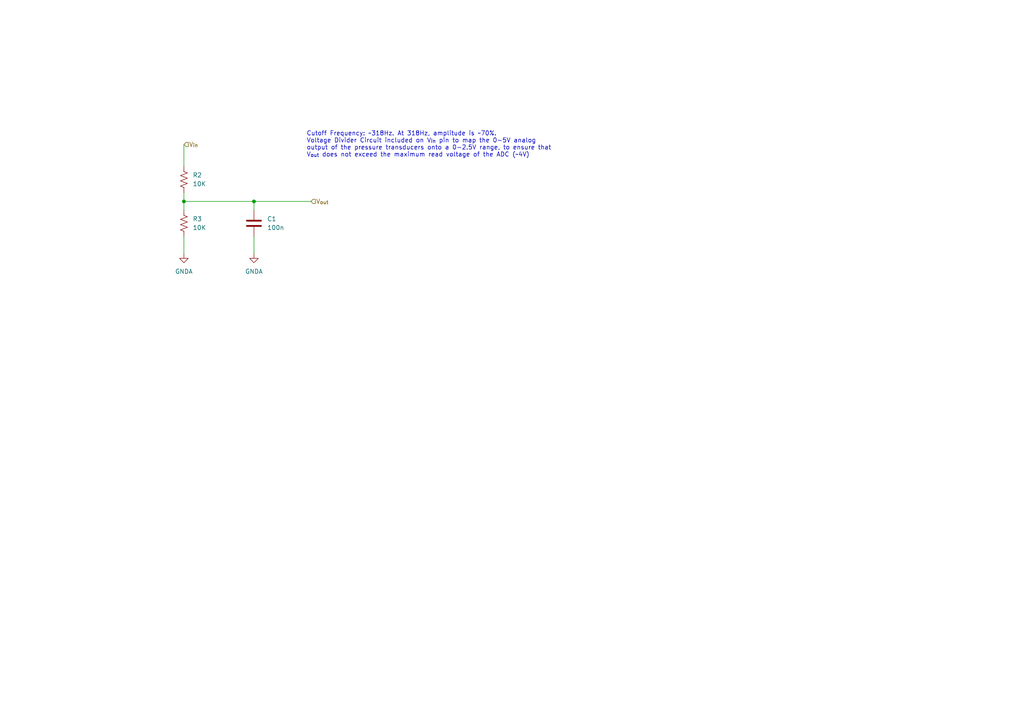
<source format=kicad_sch>
(kicad_sch (version 20230121) (generator eeschema)
  (paper "A4")
  (lib_symbols
    (symbol "Device:C" (pin_numbers hide) (pin_names (offset 0.254))
      (property "Reference" "C" (at 0.635 2.54 0))
      (property "Value" "C" (at 0.635 -2.54 0))
      (symbol "C_0_1"
        (polyline (pts (xy -2.032 -0.762) (xy 2.032 -0.762)) (stroke (width 0.508)))
        (polyline (pts (xy -2.032 0.762) (xy 2.032 0.762)) (stroke (width 0.508)))
      )
      (symbol "C_1_1"
        (pin passive line (at 0 3.81 270) (length 2.794) (name "~") (number "1"))
        (pin passive line (at 0 -3.81 90) (length 2.794) (name "~") (number "2"))
      )
    )
    (symbol "Device:R_US" (pin_numbers hide) (pin_names (offset 0))
      (property "Reference" "R" (at 2.54 0 90))
      (property "Value" "R_US" (at -2.54 0 90))
      (symbol "R_US_0_1"
        (polyline (pts (xy 0 -2.286) (xy 0 -2.54)))
        (polyline (pts (xy 0 2.286) (xy 0 2.54)))
        (polyline (pts (xy 0 -0.762) (xy 1.016 -1.143) (xy 0 -1.524) (xy -1.016 -1.905) (xy 0 -2.286)))
        (polyline (pts (xy 0 0.762) (xy 1.016 0.381) (xy 0 0) (xy -1.016 -0.381) (xy 0 -0.762)))
        (polyline (pts (xy 0 2.286) (xy 1.016 1.905) (xy 0 1.524) (xy -1.016 1.143) (xy 0 0.762)))
      )
      (symbol "R_US_1_1"
        (pin passive line (at 0 3.81 270) (length 1.27) (name "~") (number "1"))
        (pin passive line (at 0 -3.81 90) (length 1.27) (name "~") (number "2"))
      )
    )
    (symbol "power:GNDA" (power) (pin_names (offset 0))
      (property "Value" "GNDA" (at 0 -3.81 0))
      (symbol "GNDA_0_1"
        (polyline (pts (xy 0 0) (xy 0 -1.27) (xy 1.27 -1.27) (xy 0 -2.54) (xy -1.27 -1.27) (xy 0 -1.27)))
      )
      (symbol "GNDA_1_1"
        (pin power_in line (at 0 0 270) (length 0) hide (name "GNDA") (number "1"))
      )
    )
  )
  (junction (at 53.34 58.42))
  (junction (at 73.66 58.42))
  (wire (pts (xy 53.34 58.42) (xy 53.34 60.96)))
  (wire (pts (xy 73.66 68.58) (xy 73.66 73.66)))
  (wire (pts (xy 73.66 58.42) (xy 73.66 60.96)))
  (wire (pts (xy 53.34 41.91) (xy 53.34 48.26)))
  (wire (pts (xy 53.34 55.88) (xy 53.34 58.42)))
  (wire (pts (xy 53.34 58.42) (xy 73.66 58.42)))
  (wire (pts (xy 53.34 68.58) (xy 53.34 73.66)))
  (wire (pts (xy 73.66 58.42) (xy 90.17 58.42)))
  (text "Cutoff Frequency: ~318Hz. At 318Hz, amplitude is ~70%. \nVoltage Divider Circuit included on V_{in} pin to map the 0-5V analog\noutput of the pressure transducers onto a 0-2.5V range, to ensure that\nV_{out} does not exceed the maximum read voltage of the ADC (~4V)" (at 88.9 45.72 0) (effects (font (size 1.27 1.27)) (justify left bottom)))
  (hierarchical_label "V_{out}" (shape input) (at 90.17 58.42 0))
  (hierarchical_label "V_{in}" (shape input) (at 53.34 41.91 0))
  (symbol (lib_id "Device:R_US") (at 53.34 64.77 0) (unit 1)
    (property "Reference" "R3" (at 55.88 63.5 0) (effects (justify left)))
    (property "Value" "10K" (at 55.88 66.04 0) (effects (justify left)))
    (property "Footprint" "Resistor_SMD:R_0603_1608Metric" (effects hide))
    (property "Digikey" "https://www.digikey.com/en/products/detail/vishay-dale/TNPW060310K0BEEA/1606881" (effects hide))
    (instances (project "LEC" (path "" (reference "R3") (unit 1)) (path "" (reference "R4") (unit 1)) (path "" (reference "R6") (unit 1)) (path "" (reference "R8") (unit 1)) (path "" (reference "R10") (unit 1)) (path "" (reference "R12") (unit 1)) (path "" (reference "R14") (unit 1))))
  )
  (symbol (lib_id "Device:R_US") (at 53.34 52.07 0) (unit 1)
    (property "Reference" "R2" (at 55.88 50.8 0) (effects (justify left)))
    (property "Value" "10K" (at 55.88 53.34 0) (effects (justify left)))
    (property "Footprint" "Resistor_SMD:R_0603_1608Metric" (effects hide))
    (property "Digikey" "https://www.digikey.com/en/products/detail/vishay-dale/TNPW060310K0BEEA/1606881" (effects hide))
    (instances (project "LEC" (path "" (reference "R2") (unit 1)) (path "" (reference "R1") (unit 1)) (path "" (reference "R5") (unit 1)) (path "" (reference "R7") (unit 1)) (path "" (reference "R9") (unit 1)) (path "" (reference "R11") (unit 1)) (path "" (reference "R13") (unit 1))))
  )
  (symbol (lib_id "Device:C") (at 73.66 64.77 0) (unit 1)
    (property "Reference" "C1" (at 77.47 63.5 0) (effects (justify left)))
    (property "Value" "100n" (at 77.47 66.04 0) (effects (justify left)))
    (property "Footprint" "Capacitor_SMD:C_1206_3216Metric" (effects hide))
    (property "Digikey" "https://www.digikey.com/en/products/detail/murata-electronics/GRM3195C1H104JA05D/13531811" (effects hide))
    (instances (project "LEC" (path "" (reference "C1") (unit 1)) (path "" (reference "C4") (unit 1)) (path "" (reference "C5") (unit 1)) (path "" (reference "C6") (unit 1)) (path "" (reference "C7") (unit 1)) (path "" (reference "C8") (unit 1)) (path "" (reference "C9") (unit 1))))
  )
  (symbol (lib_id "power:GNDA") (at 73.66 73.66 0) (unit 1)
    (property "Reference" "#PWR025" (effects hide))
    (property "Value" "GNDA" (at 73.66 78.74 0))
    (instances (project "LEC" (path "" (reference "#PWR025") (unit 1)) (path "" (reference "#PWR027") (unit 1)) (path "" (reference "#PWR029") (unit 1)) (path "" (reference "#PWR031") (unit 1)) (path "" (reference "#PWR033") (unit 1)) (path "" (reference "#PWR035") (unit 1)) (path "" (reference "#PWR037") (unit 1))))
  )
  (symbol (lib_id "power:GNDA") (at 53.34 73.66 0) (unit 1)
    (property "Reference" "#PWR02" (effects hide))
    (property "Value" "GNDA" (at 53.34 78.74 0))
    (instances (project "LEC" (path "" (reference "#PWR02") (unit 1)) (path "" (reference "#PWR03") (unit 1)) (path "" (reference "#PWR04") (unit 1)) (path "" (reference "#PWR016") (unit 1)) (path "" (reference "#PWR019") (unit 1)) (path "" (reference "#PWR021") (unit 1)) (path "" (reference "#PWR023") (unit 1))))
  )
)
</source>
